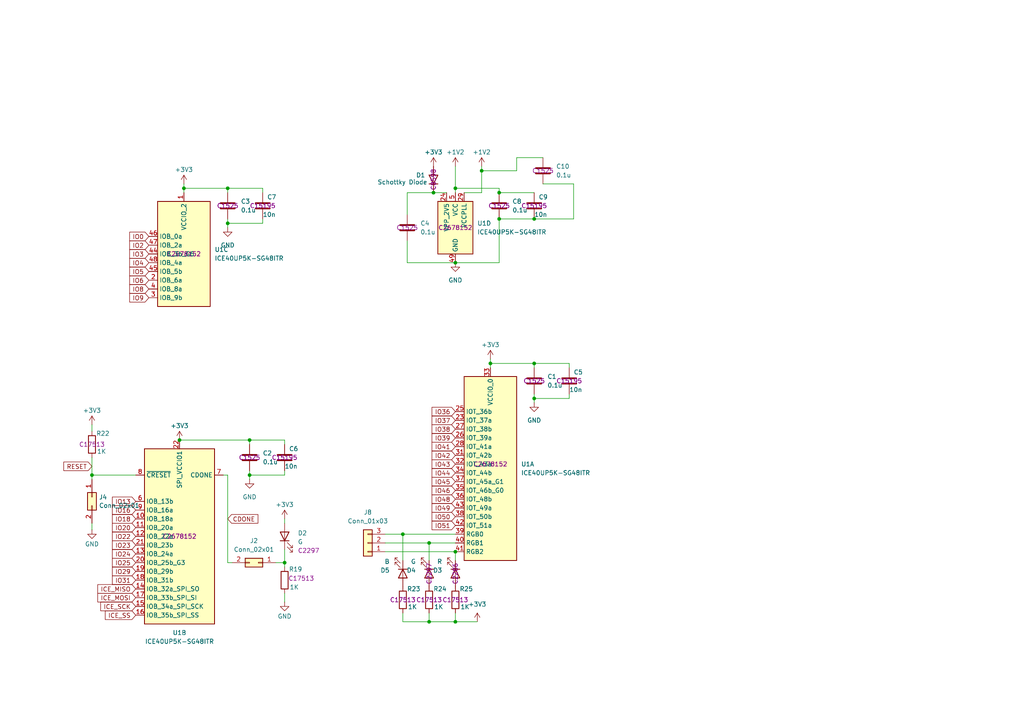
<source format=kicad_sch>
(kicad_sch (version 20250114) (generator "eeschema") (generator_version "9.0")
  (paper "A4")
  (lib_symbols
    (symbol "Connector_Generic:Conn_01x03" (pin_names (offset 1.016) (hide yes))
      (property "Reference" "J" (at 0 5.08 0))
      (property "Value" "Conn_01x03" (at 0 -5.08 0))
      (symbol "Conn_01x03_1_1"
        (rectangle (start -1.27 3.81) (end 1.27 -3.81) (stroke (width 0.254)) (fill (type background)))
        (rectangle (start -1.27 2.667) (end 0 2.413) (stroke (width 0.1524)))
        (rectangle (start -1.27 0.127) (end 0 -0.127) (stroke (width 0.1524)))
        (rectangle (start -1.27 -2.413) (end 0 -2.667) (stroke (width 0.1524)))
        (pin passive line (at -5.08 2.54 0) (length 3.81) (name "Pin_1") (number "1"))
        (pin passive line (at -5.08 0 0) (length 3.81) (name "Pin_2") (number "2"))
        (pin passive line (at -5.08 -2.54 0) (length 3.81) (name "Pin_3") (number "3"))
      )
    )
    (symbol "Connector_Generic:Conn_02x01" (pin_names (offset 1.016) (hide yes))
      (property "Reference" "J" (at 1.27 2.54 0))
      (property "Value" "Conn_02x01" (at 1.27 -2.54 0))
      (symbol "Conn_02x01_1_1"
        (rectangle (start -1.27 1.27) (end 3.81 -1.27) (stroke (width 0.254)) (fill (type background)))
        (rectangle (start -1.27 0.127) (end 0 -0.127) (stroke (width 0.1524)))
        (rectangle (start 3.81 0.127) (end 2.54 -0.127) (stroke (width 0.1524)))
        (pin passive line (at -5.08 0 0) (length 3.81) (name "Pin_1") (number "1"))
        (pin passive line (at 7.62 0 180) (length 3.81) (name "Pin_2") (number "2"))
      )
    )
    (symbol "Device:C" (pin_numbers (hide yes)) (pin_names (offset 0.254))
      (property "Reference" "C" (at 0.635 2.54 0))
      (property "Value" "C" (at 0.635 -2.54 0))
      (symbol "C_0_1"
        (polyline (pts (xy -2.032 0.762) (xy 2.032 0.762)) (stroke (width 0.508)))
        (polyline (pts (xy -2.032 -0.762) (xy 2.032 -0.762)) (stroke (width 0.508)))
      )
      (symbol "C_1_1"
        (pin passive line (at 0 3.81 270) (length 2.794) (name "~") (number "1"))
        (pin passive line (at 0 -3.81 90) (length 2.794) (name "~") (number "2"))
      )
    )
    (symbol "Device:D" (pin_numbers (hide yes)) (pin_names (offset 1.016) (hide yes))
      (property "Reference" "D" (at 0 2.54 0))
      (property "Value" "D" (at 0 -2.54 0))
      (symbol "D_0_1"
        (polyline (pts (xy -1.27 1.27) (xy -1.27 -1.27)) (stroke (width 0.254)))
        (polyline (pts (xy 1.27 1.27) (xy 1.27 -1.27) (xy -1.27 0) (xy 1.27 1.27)) (stroke (width 0.254)))
        (polyline (pts (xy 1.27 0) (xy -1.27 0)))
      )
      (symbol "D_1_1"
        (pin passive line (at -3.81 0 0) (length 2.54) (name "K") (number "1"))
        (pin passive line (at 3.81 0 180) (length 2.54) (name "A") (number "2"))
      )
    )
    (symbol "Device:LED" (pin_numbers (hide yes)) (pin_names (offset 1.016) (hide yes))
      (property "Reference" "D" (at 0 2.54 0))
      (property "Value" "LED" (at 0 -2.54 0))
      (symbol "LED_0_1"
        (polyline (pts (xy -3.048 -0.762) (xy -4.572 -2.286) (xy -3.81 -2.286) (xy -4.572 -2.286) (xy -4.572 -1.524)))
        (polyline (pts (xy -1.778 -0.762) (xy -3.302 -2.286) (xy -2.54 -2.286) (xy -3.302 -2.286) (xy -3.302 -1.524)))
        (polyline (pts (xy -1.27 0) (xy 1.27 0)))
        (polyline (pts (xy -1.27 -1.27) (xy -1.27 1.27)) (stroke (width 0.254)))
        (polyline (pts (xy 1.27 -1.27) (xy 1.27 1.27) (xy -1.27 0) (xy 1.27 -1.27)) (stroke (width 0.254)))
      )
      (symbol "LED_1_1"
        (pin passive line (at -3.81 0 0) (length 2.54) (name "K") (number "1"))
        (pin passive line (at 3.81 0 180) (length 2.54) (name "A") (number "2"))
      )
    )
    (symbol "Device:R" (pin_numbers (hide yes)) (pin_names (offset 0))
      (property "Reference" "R" (at 2.032 0 90))
      (property "Value" "R" (at 0 0 90))
      (symbol "R_0_1"
        (rectangle (start -1.016 -2.54) (end 1.016 2.54) (stroke (width 0.254)))
      )
      (symbol "R_1_1"
        (pin passive line (at 0 3.81 270) (length 1.27) (name "~") (number "1"))
        (pin passive line (at 0 -3.81 90) (length 1.27) (name "~") (number "2"))
      )
    )
    (symbol "FPGA_Lattice:ICE40UP5K-SG48ITR"
      (property "Reference" "U" (at -8.89 -29.21 0))
      (property "Value" "ICE40UP5K-SG48ITR" (at 0 -31.75 0))
      (symbol "ICE40UP5K-SG48ITR_1_1"
        (rectangle (start -7.62 25.4) (end 7.62 -27.94) (stroke (width 0.254)) (fill (type background)))
        (pin bidirectional line (at -10.16 15.24 0) (length 2.54) (name "IOT_36b") (number "25"))
        (pin bidirectional line (at -10.16 12.7 0) (length 2.54) (name "IOT_37a") (number "23"))
        (pin bidirectional line (at -10.16 10.16 0) (length 2.54) (name "IOT_38b") (number "27"))
        (pin bidirectional line (at -10.16 7.62 0) (length 2.54) (name "IOT_39a") (number "26"))
        (pin bidirectional line (at -10.16 5.08 0) (length 2.54) (name "IOT_41a") (number "28"))
        (pin bidirectional line (at -10.16 2.54 0) (length 2.54) (name "IOT_42b") (number "31"))
        (pin bidirectional line (at -10.16 0 0) (length 2.54) (name "IOT_43a") (number "32"))
        (pin bidirectional line (at -10.16 -2.54 0) (length 2.54) (name "IOT_44b") (number "34"))
        (pin bidirectional line (at -10.16 -5.08 0) (length 2.54) (name "IOT_45a_G1") (number "37"))
        (pin bidirectional line (at -10.16 -7.62 0) (length 2.54) (name "IOT_46b_G0") (number "35"))
        (pin bidirectional line (at -10.16 -10.16 0) (length 2.54) (name "IOT_48b") (number "36"))
        (pin bidirectional line (at -10.16 -12.7 0) (length 2.54) (name "IOT_49a") (number "43"))
        (pin bidirectional line (at -10.16 -15.24 0) (length 2.54) (name "IOT_50b") (number "38"))
        (pin bidirectional line (at -10.16 -17.78 0) (length 2.54) (name "IOT_51a") (number "42"))
        (pin open_collector line (at -10.16 -20.32 0) (length 2.54) (name "RGB0") (number "39"))
        (pin open_collector line (at -10.16 -22.86 0) (length 2.54) (name "RGB1") (number "40"))
        (pin open_collector line (at -10.16 -25.4 0) (length 2.54) (name "RGB2") (number "41"))
        (pin power_in line (at 0 27.94 270) (length 2.54) (name "VCCIO_0") (number "33"))
      )
      (symbol "ICE40UP5K-SG48ITR_2_1"
        (rectangle (start -10.16 25.4) (end 10.16 -25.4) (stroke (width 0.254)) (fill (type background)))
        (pin input line (at -12.7 17.78 0) (length 2.54) (name "~{CRESET}") (number "8"))
        (pin bidirectional line (at -12.7 10.16 0) (length 2.54) (name "IOB_13b") (number "6"))
        (pin bidirectional line (at -12.7 7.62 0) (length 2.54) (name "IOB_16a") (number "9"))
        (pin bidirectional line (at -12.7 5.08 0) (length 2.54) (name "IOB_18a") (number "10"))
        (pin bidirectional line (at -12.7 2.54 0) (length 2.54) (name "IOB_20a") (number "11"))
        (pin bidirectional line (at -12.7 0 0) (length 2.54) (name "IOB_22a") (number "12"))
        (pin bidirectional line (at -12.7 -2.54 0) (length 2.54) (name "IOB_23b") (number "21"))
        (pin bidirectional line (at -12.7 -5.08 0) (length 2.54) (name "IOB_24a") (number "13"))
        (pin bidirectional line (at -12.7 -7.62 0) (length 2.54) (name "IOB_25b_G3") (number "20"))
        (pin bidirectional line (at -12.7 -10.16 0) (length 2.54) (name "IOB_29b") (number "19"))
        (pin bidirectional line (at -12.7 -12.7 0) (length 2.54) (name "IOB_31b") (number "18"))
        (pin bidirectional line (at -12.7 -15.24 0) (length 2.54) (name "IOB_32a_SPI_SO") (number "14"))
        (pin bidirectional line (at -12.7 -17.78 0) (length 2.54) (name "IOB_33b_SPI_SI") (number "17"))
        (pin bidirectional line (at -12.7 -20.32 0) (length 2.54) (name "IOB_34a_SPI_SCK") (number "15"))
        (pin bidirectional line (at -12.7 -22.86 0) (length 2.54) (name "IOB_35b_SPI_SS") (number "16"))
        (pin power_in line (at 0 27.94 270) (length 2.54) (name "SPI_VCCIO1") (number "22"))
        (pin open_collector line (at 12.7 17.78 180) (length 2.54) (name "CDONE") (number "7"))
      )
      (symbol "ICE40UP5K-SG48ITR_3_1"
        (rectangle (start -7.62 15.24) (end 7.62 -15.24) (stroke (width 0.254)) (fill (type background)))
        (pin bidirectional line (at -10.16 5.08 0) (length 2.54) (name "IOB_0a") (number "46"))
        (pin bidirectional line (at -10.16 2.54 0) (length 2.54) (name "IOB_2a") (number "47"))
        (pin bidirectional line (at -10.16 0 0) (length 2.54) (name "IOB_3b_G6") (number "44"))
        (pin bidirectional line (at -10.16 -2.54 0) (length 2.54) (name "IOB_4a") (number "48"))
        (pin bidirectional line (at -10.16 -5.08 0) (length 2.54) (name "IOB_5b") (number "45"))
        (pin bidirectional line (at -10.16 -7.62 0) (length 2.54) (name "IOB_6a") (number "2"))
        (pin bidirectional line (at -10.16 -10.16 0) (length 2.54) (name "IOB_8a") (number "4"))
        (pin bidirectional line (at -10.16 -12.7 0) (length 2.54) (name "IOB_9b") (number "3"))
        (pin power_in line (at 0 17.78 270) (length 2.54) (name "VCCIO_2") (number "1"))
      )
      (symbol "ICE40UP5K-SG48ITR_4_1"
        (rectangle (start -5.08 7.62) (end 5.08 -7.62) (stroke (width 0.254)) (fill (type background)))
        (pin power_in line (at -2.54 10.16 270) (length 2.54) (name "VPP_2V5") (number "24"))
        (pin passive line (at 0 10.16 270) (length 2.54) (hide yes) (name "VCC") (number "30"))
        (pin power_in line (at 0 10.16 270) (length 2.54) (name "VCC") (number "5"))
        (pin power_in line (at 0 -10.16 90) (length 2.54) (name "GND") (number "49"))
        (pin power_out line (at 2.54 10.16 270) (length 2.54) (name "VCCPLL") (number "29"))
      )
    )
    (symbol "power:+1V2" (power) (pin_names (offset 0))
      (property "Value" "+1V2" (at 0 3.556 0))
      (symbol "+1V2_0_1"
        (polyline (pts (xy -0.762 1.27) (xy 0 2.54)))
        (polyline (pts (xy 0 2.54) (xy 0.762 1.27)))
        (polyline (pts (xy 0 0) (xy 0 2.54)))
      )
      (symbol "+1V2_1_1"
        (pin power_in line (at 0 0 90) (length 0) (hide yes) (name "+1V2") (number "1"))
      )
    )
    (symbol "power:+3V3" (power) (pin_names (offset 0))
      (property "Value" "+3V3" (at 0 3.556 0))
      (symbol "+3V3_0_1"
        (polyline (pts (xy -0.762 1.27) (xy 0 2.54)))
        (polyline (pts (xy 0 2.54) (xy 0.762 1.27)))
        (polyline (pts (xy 0 0) (xy 0 2.54)))
      )
      (symbol "+3V3_1_1"
        (pin power_in line (at 0 0 90) (length 0) (hide yes) (name "+3V3") (number "1"))
      )
    )
    (symbol "power:GND" (power) (pin_numbers (hide yes)) (pin_names (offset 0) (hide yes))
      (property "Value" "GND" (at 0 -3.81 0))
      (symbol "GND_0_1"
        (polyline (pts (xy 0 0) (xy 0 -1.27) (xy 1.27 -1.27) (xy 0 -2.54) (xy -1.27 -1.27) (xy 0 -1.27)))
      )
      (symbol "GND_1_1"
        (pin power_in line (at 0 0 270) (length 0) (name "~") (number "1"))
      )
    )
  )
  (junction (at 124.46 157.48))
  (junction (at 132.08 180.34))
  (junction (at 154.94 105.41))
  (junction (at 132.08 76.2))
  (junction (at 26.67 137.795))
  (junction (at 154.94 115.57))
  (junction (at 132.08 54.61))
  (junction (at 144.78 55.88))
  (junction (at 132.08 160.02))
  (junction (at 53.34 54.61))
  (junction (at 72.39 127.635))
  (junction (at 144.78 63.5))
  (junction (at 142.24 105.41))
  (junction (at 66.04 54.61))
  (junction (at 124.46 180.34))
  (junction (at 125.73 55.88))
  (junction (at 52.07 127.635))
  (junction (at 116.84 154.94))
  (junction (at 72.39 137.795))
  (junction (at 66.04 64.77))
  (junction (at 154.94 63.5))
  (junction (at 82.55 163.195))
  (junction (at 139.7 49.53))
  (wire (pts (xy 132.08 180.34) (xy 138.43 180.34)))
  (wire (pts (xy 154.94 114.3) (xy 154.94 115.57)))
  (wire (pts (xy 118.11 76.2) (xy 132.08 76.2)))
  (wire (pts (xy 72.39 137.795) (xy 72.39 139.065)))
  (wire (pts (xy 144.78 63.5) (xy 154.94 63.5)))
  (wire (pts (xy 132.08 160.02) (xy 132.08 162.56)))
  (wire (pts (xy 139.7 48.26) (xy 139.7 49.53)))
  (wire (pts (xy 26.67 123.19) (xy 26.67 125.095)))
  (wire (pts (xy 154.94 63.5) (xy 166.37 63.5)))
  (wire (pts (xy 26.67 151.765) (xy 26.67 153.67)))
  (wire (pts (xy 72.39 127.635) (xy 52.07 127.635)))
  (wire (pts (xy 76.2 55.88) (xy 76.2 54.61)))
  (wire (pts (xy 76.2 64.77) (xy 76.2 63.5)))
  (wire (pts (xy 142.24 105.41) (xy 142.24 106.68)))
  (wire (pts (xy 82.55 137.795) (xy 82.55 136.525)))
  (wire (pts (xy 53.34 53.34) (xy 53.34 54.61)))
  (wire (pts (xy 72.39 137.795) (xy 82.55 137.795)))
  (wire (pts (xy 139.7 49.53) (xy 139.7 55.88)))
  (wire (pts (xy 26.67 137.795) (xy 26.67 139.065)))
  (wire (pts (xy 118.11 69.85) (xy 118.11 76.2)))
  (wire (pts (xy 154.94 105.41) (xy 142.24 105.41)))
  (wire (pts (xy 157.48 53.34) (xy 166.37 53.34)))
  (wire (pts (xy 72.39 127.635) (xy 72.39 128.905)))
  (wire (pts (xy 139.7 55.88) (xy 134.62 55.88)))
  (wire (pts (xy 125.73 55.88) (xy 129.54 55.88)))
  (wire (pts (xy 116.84 180.34) (xy 116.84 177.8)))
  (wire (pts (xy 132.08 54.61) (xy 132.08 55.88)))
  (wire (pts (xy 72.39 136.525) (xy 72.39 137.795)))
  (wire (pts (xy 139.7 49.53) (xy 149.86 49.53)))
  (wire (pts (xy 80.01 163.195) (xy 82.55 163.195)))
  (wire (pts (xy 116.84 180.34) (xy 124.46 180.34)))
  (wire (pts (xy 144.78 55.88) (xy 144.78 54.61)))
  (wire (pts (xy 53.34 54.61) (xy 53.34 55.88)))
  (wire (pts (xy 165.1 105.41) (xy 154.94 105.41)))
  (wire (pts (xy 82.55 127.635) (xy 72.39 127.635)))
  (wire (pts (xy 66.04 163.195) (xy 66.04 137.795)))
  (wire (pts (xy 66.04 64.77) (xy 66.04 66.04)))
  (wire (pts (xy 132.08 48.26) (xy 132.08 54.61)))
  (wire (pts (xy 166.37 63.5) (xy 166.37 53.34)))
  (wire (pts (xy 154.94 55.88) (xy 144.78 55.88)))
  (wire (pts (xy 82.55 128.905) (xy 82.55 127.635)))
  (wire (pts (xy 132.08 76.2) (xy 144.78 76.2)))
  (wire (pts (xy 149.86 45.72) (xy 157.48 45.72)))
  (wire (pts (xy 124.46 177.8) (xy 124.46 180.34)))
  (wire (pts (xy 82.55 163.195) (xy 82.55 164.465)))
  (wire (pts (xy 165.1 106.68) (xy 165.1 105.41)))
  (wire (pts (xy 116.84 154.94) (xy 116.84 162.56)))
  (wire (pts (xy 142.24 104.14) (xy 142.24 105.41)))
  (wire (pts (xy 154.94 115.57) (xy 165.1 115.57)))
  (wire (pts (xy 82.55 150.495) (xy 82.55 151.765)))
  (wire (pts (xy 118.11 62.23) (xy 118.11 55.88)))
  (wire (pts (xy 116.84 154.94) (xy 132.08 154.94)))
  (wire (pts (xy 132.08 180.34) (xy 132.08 177.8)))
  (wire (pts (xy 144.78 54.61) (xy 132.08 54.61)))
  (wire (pts (xy 82.55 159.385) (xy 82.55 163.195)))
  (wire (pts (xy 118.11 55.88) (xy 125.73 55.88)))
  (wire (pts (xy 82.55 172.085) (xy 82.55 174.625)))
  (wire (pts (xy 53.34 54.61) (xy 66.04 54.61)))
  (wire (pts (xy 165.1 115.57) (xy 165.1 114.3)))
  (wire (pts (xy 26.67 132.715) (xy 26.67 137.795)))
  (wire (pts (xy 111.76 157.48) (xy 124.46 157.48)))
  (wire (pts (xy 124.46 180.34) (xy 132.08 180.34)))
  (wire (pts (xy 66.04 54.61) (xy 66.04 55.88)))
  (wire (pts (xy 66.04 64.77) (xy 76.2 64.77)))
  (wire (pts (xy 76.2 54.61) (xy 66.04 54.61)))
  (wire (pts (xy 154.94 115.57) (xy 154.94 116.84)))
  (wire (pts (xy 154.94 105.41) (xy 154.94 106.68)))
  (wire (pts (xy 111.76 160.02) (xy 132.08 160.02)))
  (wire (pts (xy 111.76 154.94) (xy 116.84 154.94)))
  (wire (pts (xy 144.78 76.2) (xy 144.78 63.5)))
  (wire (pts (xy 26.67 137.795) (xy 39.37 137.795)))
  (wire (pts (xy 66.04 137.795) (xy 64.77 137.795)))
  (wire (pts (xy 124.46 157.48) (xy 124.46 162.56)))
  (wire (pts (xy 149.86 49.53) (xy 149.86 45.72)))
  (wire (pts (xy 67.31 163.195) (xy 66.04 163.195)))
  (wire (pts (xy 66.04 63.5) (xy 66.04 64.77)))
  (wire (pts (xy 124.46 157.48) (xy 132.08 157.48)))
  (global_label "IO44" (shape input) (at 132.08 137.16 180) (property "Intersheetrefs" "${INTERSHEET_REFS}" (effects (hide yes))))
  (global_label "IO37" (shape input) (at 132.08 121.92 180) (property "Intersheetrefs" "${INTERSHEET_REFS}" (effects (hide yes))))
  (global_label "IO43" (shape input) (at 132.08 134.62 180) (property "Intersheetrefs" "${INTERSHEET_REFS}" (effects (hide yes))))
  (global_label "IO3" (shape input) (at 43.18 73.66 180) (property "Intersheetrefs" "${INTERSHEET_REFS}" (effects (hide yes))))
  (global_label "IO6" (shape input) (at 43.18 81.28 180) (property "Intersheetrefs" "${INTERSHEET_REFS}" (effects (hide yes))))
  (global_label "IO39" (shape input) (at 132.08 127 180) (property "Intersheetrefs" "${INTERSHEET_REFS}" (effects (hide yes))))
  (global_label "IO20" (shape input) (at 39.37 153.035 180) (property "Intersheetrefs" "${INTERSHEET_REFS}" (effects (hide yes))))
  (global_label "IO51" (shape input) (at 132.08 152.4 180) (property "Intersheetrefs" "${INTERSHEET_REFS}" (effects (hide yes))))
  (global_label "IO25" (shape input) (at 39.37 163.195 180) (property "Intersheetrefs" "${INTERSHEET_REFS}" (effects (hide yes))))
  (global_label "IO23" (shape input) (at 39.37 158.115 180) (property "Intersheetrefs" "${INTERSHEET_REFS}" (effects (hide yes))))
  (global_label "IO49" (shape input) (at 132.08 147.32 180) (property "Intersheetrefs" "${INTERSHEET_REFS}" (effects (hide yes))))
  (global_label "IO38" (shape input) (at 132.08 124.46 180) (property "Intersheetrefs" "${INTERSHEET_REFS}" (effects (hide yes))))
  (global_label "IO18" (shape input) (at 39.37 150.495 180) (property "Intersheetrefs" "${INTERSHEET_REFS}" (effects (hide yes))))
  (global_label "IO45" (shape input) (at 132.08 139.7 180) (property "Intersheetrefs" "${INTERSHEET_REFS}" (effects (hide yes))))
  (global_label "IO31" (shape input) (at 39.37 168.275 180) (property "Intersheetrefs" "${INTERSHEET_REFS}" (effects (hide yes))))
  (global_label "IO50" (shape input) (at 132.08 149.86 180) (property "Intersheetrefs" "${INTERSHEET_REFS}" (effects (hide yes))))
  (global_label "ICE_SS" (shape input) (at 39.37 178.435 180) (property "Intersheetrefs" "${INTERSHEET_REFS}" (effects (hide yes))))
  (global_label "IO41" (shape input) (at 132.08 129.54 180) (property "Intersheetrefs" "${INTERSHEET_REFS}" (effects (hide yes))))
  (global_label "ICE_MOSI" (shape input) (at 39.37 173.355 180) (property "Intersheetrefs" "${INTERSHEET_REFS}" (effects (hide yes))))
  (global_label "IO4" (shape input) (at 43.18 76.2 180) (property "Intersheetrefs" "${INTERSHEET_REFS}" (effects (hide yes))))
  (global_label "IO42" (shape input) (at 132.08 132.08 180) (property "Intersheetrefs" "${INTERSHEET_REFS}" (effects (hide yes))))
  (global_label "IO8" (shape input) (at 43.18 83.82 180) (property "Intersheetrefs" "${INTERSHEET_REFS}" (effects (hide yes))))
  (global_label "IO5" (shape input) (at 43.18 78.74 180) (property "Intersheetrefs" "${INTERSHEET_REFS}" (effects (hide yes))))
  (global_label "RESET" (shape input) (at 26.67 135.255 180) (property "Intersheetrefs" "${INTERSHEET_REFS}" (effects (hide yes))))
  (global_label "IO9" (shape input) (at 43.18 86.36 180) (property "Intersheetrefs" "${INTERSHEET_REFS}" (effects (hide yes))))
  (global_label "ICE_MISO" (shape input) (at 39.37 170.815 180) (property "Intersheetrefs" "${INTERSHEET_REFS}" (effects (hide yes))))
  (global_label "IO46" (shape input) (at 132.08 142.24 180) (property "Intersheetrefs" "${INTERSHEET_REFS}" (effects (hide yes))))
  (global_label "IO48" (shape input) (at 132.08 144.78 180) (property "Intersheetrefs" "${INTERSHEET_REFS}" (effects (hide yes))))
  (global_label "IO16" (shape input) (at 39.37 147.955 180) (property "Intersheetrefs" "${INTERSHEET_REFS}" (effects (hide yes))))
  (global_label "IO24" (shape input) (at 39.37 160.655 180) (property "Intersheetrefs" "${INTERSHEET_REFS}" (effects (hide yes))))
  (global_label "IO22" (shape input) (at 39.37 155.575 180) (property "Intersheetrefs" "${INTERSHEET_REFS}" (effects (hide yes))))
  (global_label "IO13" (shape input) (at 39.37 145.415 180) (property "Intersheetrefs" "${INTERSHEET_REFS}" (effects (hide yes))))
  (global_label "IO29" (shape input) (at 39.37 165.735 180) (property "Intersheetrefs" "${INTERSHEET_REFS}" (effects (hide yes))))
  (global_label "IO36" (shape input) (at 132.08 119.38 180) (property "Intersheetrefs" "${INTERSHEET_REFS}" (effects (hide yes))))
  (global_label "ICE_SCK" (shape input) (at 39.37 175.895 180) (property "Intersheetrefs" "${INTERSHEET_REFS}" (effects (hide yes))))
  (global_label "CDONE" (shape input) (at 66.04 150.495 0) (property "Intersheetrefs" "${INTERSHEET_REFS}" (effects (hide yes))))
  (global_label "IO2" (shape input) (at 43.18 71.12 180) (property "Intersheetrefs" "${INTERSHEET_REFS}" (effects (hide yes))))
  (global_label "IO0" (shape input) (at 43.18 68.58 180) (property "Intersheetrefs" "${INTERSHEET_REFS}" (effects (hide yes))))
  (symbol (lib_id "Device:C") (at 118.11 66.04 0) (unit 1)
    (property "Reference" "C4" (at 121.92 64.7699 0) (effects (justify left)))
    (property "Value" "0.1u" (at 121.92 67.3099 0) (effects (justify left)))
    (property "Footprint" "Capacitor_SMD:C_0402_1005Metric" (effects (hide yes)))
    (property "Description" "Unpolarized capacitor" (effects (hide yes)))
    (property "JLCPCB Part #" "C1525" (at 118.11 66.04 0))
  )
  (symbol (lib_id "Device:R") (at 82.55 168.275 0) (unit 1)
    (property "Reference" "R19" (at 85.725 165.1 0))
    (property "Value" "1K" (at 85.344 170.307 0))
    (property "Footprint" "Resistor_SMD:R_0805_2012Metric" (effects (hide yes)))
    (property "JLCPCB Part #" "C17513" (at 87.376 167.767 0))
  )
  (symbol (lib_id "Device:C") (at 154.94 110.49 0) (unit 1)
    (property "Reference" "C1" (at 158.75 109.2199 0) (effects (justify left)))
    (property "Value" "0.1u" (at 158.75 111.7599 0) (effects (justify left)))
    (property "Footprint" "Capacitor_SMD:C_0402_1005Metric" (effects (hide yes)))
    (property "Description" "Unpolarized capacitor" (effects (hide yes)))
    (property "JLCPCB Part #" "C1525" (at 154.94 110.49 0))
  )
  (symbol (lib_id "power:+1V2") (at 132.08 48.26 0) (unit 1)
    (property "Reference" "#PWR09" (effects (hide yes)))
    (property "Value" "+1V2" (at 132.08 44.1269 0))
  )
  (symbol (lib_id "power:GND") (at 72.39 139.065 0) (unit 1)
    (property "Reference" "#PWR06" (effects (hide yes)))
    (property "Value" "GND" (at 72.39 144.145 0))
    (property "Description" "Power symbol creates a global label with name \"GND\" , ground" (effects (hide yes)))
  )
  (symbol (lib_id "Device:LED") (at 82.55 155.575 90) (unit 1)
    (property "Reference" "D2" (at 86.36 154.6224 90) (effects (justify right)))
    (property "Value" "G" (at 86.36 157.1624 90) (effects (justify right)))
    (property "Footprint" "LED_SMD:LED_0805_2012Metric" (effects (hide yes)))
    (property "Description" "Light emitting diode" (effects (hide yes)))
    (property "Sim.Pins" "1=K 2=A" (effects (hide yes)))
    (property "JLCPCB Part #" "C2297" (at 86.36 159.7024 90) (effects (justify right)))
  )
  (symbol (lib_id "power:+3V3") (at 82.55 150.495 0) (unit 1)
    (property "Reference" "#PWR037" (effects (hide yes)))
    (property "Value" "+3V3" (at 82.55 146.3619 0))
  )
  (symbol (lib_id "power:GND") (at 66.04 66.04 0) (unit 1)
    (property "Reference" "#PWR07" (effects (hide yes)))
    (property "Value" "GND" (at 66.04 71.12 0))
    (property "Description" "Power symbol creates a global label with name \"GND\" , ground" (effects (hide yes)))
  )
  (symbol (lib_id "power:+3V3") (at 138.43 180.34 0) (unit 1)
    (property "Reference" "#PWR028" (effects (hide yes)))
    (property "Value" "+3V3" (at 138.43 175.26 0))
  )
  (symbol (lib_id "Device:C") (at 144.78 59.69 0) (unit 1)
    (property "Reference" "C8" (at 148.59 58.4199 0) (effects (justify left)))
    (property "Value" "0.1u" (at 148.59 60.9599 0) (effects (justify left)))
    (property "Footprint" "Capacitor_SMD:C_0402_1005Metric" (effects (hide yes)))
    (property "Description" "Unpolarized capacitor" (effects (hide yes)))
    (property "JLCPCB Part #" "C1525" (at 144.78 59.69 0))
  )
  (symbol (lib_id "FPGA_Lattice:ICE40UP5K-SG48ITR") (at 142.24 134.62 0) (unit 1)
    (property "Reference" "U1" (at 151.13 134.6199 0) (effects (justify left)))
    (property "Value" "ICE40UP5K-SG48ITR" (at 151.13 137.1599 0) (effects (justify left)))
    (property "Footprint" "Package_DFN_QFN:QFN-48-1EP_7x7mm_P0.5mm_EP5.6x5.6mm" (effects (hide yes)))
    (property "Datasheet" "http://www.latticesemi.com/Products/FPGAandCPLD/iCE40Ultra" (effects (hide yes)))
    (property "Description" "iCE40 UltraPlus FPGA, 5280 LUTs, 1.2V, 48-pin QFN" (effects (hide yes)))
    (property "JLCPCB Part #" "C2678152" (at 142.24 134.62 0))
  )
  (symbol (lib_id "power:+3V3") (at 125.73 48.26 0) (unit 1)
    (property "Reference" "#PWR08" (effects (hide yes)))
    (property "Value" "+3V3" (at 125.73 44.1269 0))
  )
  (symbol (lib_id "FPGA_Lattice:ICE40UP5K-SG48ITR") (at 132.08 66.04 0) (unit 4)
    (property "Reference" "U1" (at 138.43 64.7699 0) (effects (justify left)))
    (property "Value" "ICE40UP5K-SG48ITR" (at 138.43 67.3099 0) (effects (justify left)))
    (property "Footprint" "Package_DFN_QFN:QFN-48-1EP_7x7mm_P0.5mm_EP5.6x5.6mm" (effects (hide yes)))
    (property "Datasheet" "http://www.latticesemi.com/Products/FPGAandCPLD/iCE40Ultra" (effects (hide yes)))
    (property "Description" "iCE40 UltraPlus FPGA, 5280 LUTs, 1.2V, 48-pin QFN" (effects (hide yes)))
    (property "JLCPCB Part #" "C2678152" (at 132.08 66.04 0))
  )
  (symbol (lib_id "Device:C") (at 66.04 59.69 0) (unit 1)
    (property "Reference" "C3" (at 69.85 58.4199 0) (effects (justify left)))
    (property "Value" "0.1u" (at 69.85 60.9599 0) (effects (justify left)))
    (property "Footprint" "Capacitor_SMD:C_0402_1005Metric" (effects (hide yes)))
    (property "Description" "Unpolarized capacitor" (effects (hide yes)))
    (property "JLCPCB Part #" "C1525" (at 66.04 59.69 0))
  )
  (symbol (lib_id "Device:C") (at 165.1 110.49 0) (unit 1)
    (property "Reference" "C5" (at 166.37 107.95 0) (effects (justify left)))
    (property "Value" "10n" (at 165.1 113.03 0) (effects (justify left)))
    (property "Footprint" "Capacitor_SMD:C_0402_1005Metric" (effects (hide yes)))
    (property "JLCPCB Part #" "C15195" (at 165.1 110.49 0))
  )
  (symbol (lib_id "Device:C") (at 154.94 59.69 0) (unit 1)
    (property "Reference" "C9" (at 156.21 57.15 0) (effects (justify left)))
    (property "Value" "10n" (at 154.94 62.23 0) (effects (justify left)))
    (property "Footprint" "Capacitor_SMD:C_0402_1005Metric" (effects (hide yes)))
    (property "JLCPCB Part #" "C15195" (at 154.94 59.69 0))
  )
  (symbol (lib_id "Device:C") (at 76.2 59.69 0) (unit 1)
    (property "Reference" "C7" (at 77.47 57.15 0) (effects (justify left)))
    (property "Value" "10n" (at 76.2 62.23 0) (effects (justify left)))
    (property "Footprint" "Capacitor_SMD:C_0402_1005Metric" (effects (hide yes)))
    (property "JLCPCB Part #" "C15195" (at 76.2 59.69 0))
  )
  (symbol (lib_id "Device:LED") (at 132.08 166.37 270) (unit 1)
    (property "Reference" "D3" (at 128.27 165.4175 90) (effects (justify right)))
    (property "Value" "R" (at 128.27 162.8775 90) (effects (justify right)))
    (property "Footprint" "LED_SMD:LED_0603_1608Metric" (effects (hide yes)))
    (property "JLCPCB Part #" "C2286" (at 132.08 166.37 0))
  )
  (symbol (lib_id "power:GND") (at 26.67 153.67 0) (unit 1)
    (property "Reference" "#PWR036" (effects (hide yes)))
    (property "Value" "GND" (at 26.67 157.8031 0))
  )
  (symbol (lib_id "power:+3V3") (at 26.67 123.19 0) (unit 1)
    (property "Reference" "#PWR035" (effects (hide yes)))
    (property "Value" "+3V3" (at 26.67 119.0569 0))
  )
  (symbol (lib_id "power:GND") (at 132.08 76.2 0) (unit 1)
    (property "Reference" "#PWR01" (effects (hide yes)))
    (property "Value" "GND" (at 132.08 81.28 0))
    (property "Description" "Power symbol creates a global label with name \"GND\" , ground" (effects (hide yes)))
  )
  (symbol (lib_id "Device:LED") (at 124.46 166.37 270) (unit 1)
    (property "Reference" "D4" (at 120.65 165.4175 90) (effects (justify right)))
    (property "Value" "G" (at 120.65 162.8775 90) (effects (justify right)))
    (property "Footprint" "LED_SMD:LED_0805_2012Metric" (effects (hide yes)))
    (property "JLCPCB Part #" "C2297" (at 124.46 166.37 0))
  )
  (symbol (lib_id "power:GND") (at 82.55 174.625 0) (unit 1)
    (property "Reference" "#PWR038" (effects (hide yes)))
    (property "Value" "GND" (at 82.55 178.7581 0))
  )
  (symbol (lib_id "Device:R") (at 26.67 128.905 0) (unit 1)
    (property "Reference" "R22" (at 29.845 125.73 0))
    (property "Value" "1K" (at 29.464 130.937 0))
    (property "Footprint" "Resistor_SMD:R_0805_2012Metric" (effects (hide yes)))
    (property "JLCPCB Part #" "C17513" (at 26.67 128.905 0))
  )
  (symbol (lib_id "power:+3V3") (at 53.34 53.34 0) (unit 1)
    (property "Reference" "#PWR027" (effects (hide yes)))
    (property "Value" "+3V3" (at 53.34 49.2069 0))
  )
  (symbol (lib_id "Device:LED") (at 116.84 166.37 270) (unit 1)
    (property "Reference" "D5" (at 113.03 165.4175 90) (effects (justify right)))
    (property "Value" "B" (at 113.03 162.8775 90) (effects (justify right)))
    (property "Footprint" "LED_SMD:LED_0201_0603Metric_Pad0.64x0.40mm_HandSolder" (effects (hide yes)))
  )
  (symbol (lib_id "power:+1V2") (at 139.7 48.26 0) (unit 1)
    (property "Reference" "#PWR020" (effects (hide yes)))
    (property "Value" "+1V2" (at 139.7 44.1269 0))
  )
  (symbol (lib_id "Device:D") (at 125.73 52.07 90) (unit 1)
    (property "Reference" "D1" (at 120.65 50.8 90) (effects (justify right)))
    (property "Value" "Schottky Diode" (at 109.474 52.832 90) (effects (justify right)))
    (property "Footprint" "Diode_SMD:D_SOD-123" (effects (hide yes)))
    (property "Sim.Device" "D" (effects (hide yes)))
    (property "Sim.Pins" "1=K 2=A" (effects (hide yes)))
    (property "JLCPCB Part #" "C8598" (at 125.73 52.07 0))
  )
  (symbol (lib_id "Device:R") (at 132.08 173.99 0) (unit 1)
    (property "Reference" "R25" (at 135.255 170.815 0))
    (property "Value" "1K" (at 134.874 176.022 0))
    (property "Footprint" "Resistor_SMD:R_0805_2012Metric" (effects (hide yes)))
    (property "JLCPCB Part #" "C17513" (at 132.08 173.99 0))
  )
  (symbol (lib_id "Device:R") (at 124.46 173.99 0) (unit 1)
    (property "Reference" "R24" (at 127.635 170.815 0))
    (property "Value" "1K" (at 127.254 176.022 0))
    (property "Footprint" "Resistor_SMD:R_0805_2012Metric" (effects (hide yes)))
    (property "JLCPCB Part #" "C17513" (at 124.46 173.99 0))
  )
  (symbol (lib_id "power:+3V3") (at 142.24 104.14 0) (unit 1)
    (property "Reference" "#PWR026" (effects (hide yes)))
    (property "Value" "+3V3" (at 142.24 100.0069 0))
  )
  (symbol (lib_id "FPGA_Lattice:ICE40UP5K-SG48ITR") (at 53.34 73.66 0) (unit 3)
    (property "Reference" "U1" (at 62.23 72.3899 0) (effects (justify left)))
    (property "Value" "ICE40UP5K-SG48ITR" (at 62.23 74.9299 0) (effects (justify left)))
    (property "Footprint" "Package_DFN_QFN:QFN-48-1EP_7x7mm_P0.5mm_EP5.6x5.6mm" (effects (hide yes)))
    (property "Datasheet" "http://www.latticesemi.com/Products/FPGAandCPLD/iCE40Ultra" (effects (hide yes)))
    (property "Description" "iCE40 UltraPlus FPGA, 5280 LUTs, 1.2V, 48-pin QFN" (effects (hide yes)))
    (property "JLCPCB Part #" "C2678152" (at 53.34 73.66 0))
  )
  (symbol (lib_id "Device:C") (at 82.55 132.715 0) (unit 1)
    (property "Reference" "C6" (at 83.82 130.175 0) (effects (justify left)))
    (property "Value" "10n" (at 82.55 135.255 0) (effects (justify left)))
    (property "Footprint" "Capacitor_SMD:C_0402_1005Metric" (effects (hide yes)))
    (property "JLCPCB Part #" "C15195" (at 82.55 132.715 0))
  )
  (symbol (lib_id "FPGA_Lattice:ICE40UP5K-SG48ITR") (at 52.07 155.575 0) (unit 2)
    (property "Reference" "U1" (at 52.07 183.515 0))
    (property "Value" "ICE40UP5K-SG48ITR" (at 52.07 186.055 0))
    (property "Footprint" "Package_DFN_QFN:QFN-48-1EP_7x7mm_P0.5mm_EP5.6x5.6mm" (effects (hide yes)))
    (property "Datasheet" "http://www.latticesemi.com/Products/FPGAandCPLD/iCE40Ultra" (effects (hide yes)))
    (property "Description" "iCE40 UltraPlus FPGA, 5280 LUTs, 1.2V, 48-pin QFN" (effects (hide yes)))
    (property "JLCPCB Part #" "C2678152" (at 52.07 155.575 0))
  )
  (symbol (lib_id "Device:C") (at 157.48 49.53 0) (unit 1)
    (property "Reference" "C10" (at 161.29 48.2599 0) (effects (justify left)))
    (property "Value" "0.1u" (at 161.29 50.7999 0) (effects (justify left)))
    (property "Footprint" "Capacitor_SMD:C_0402_1005Metric" (effects (hide yes)))
    (property "Description" "Unpolarized capacitor" (effects (hide yes)))
    (property "JLCPCB Part #" "C1525" (at 157.48 49.53 0))
  )
  (symbol (lib_id "Connector_Generic:Conn_02x01") (at 26.67 144.145 270) (unit 1)
    (property "Reference" "J4" (at 28.702 144.2029 90) (effects (justify left)))
    (property "Value" "Conn_02x01" (at 28.702 146.6271 90) (effects (justify left)))
    (property "Footprint" "Connector_PinHeader_2.54mm:PinHeader_2x01_P2.54mm_Vertical" (effects (hide yes)))
  )
  (symbol (lib_id "Device:C") (at 72.39 132.715 0) (unit 1)
    (property "Reference" "C2" (at 76.2 131.4449 0) (effects (justify left)))
    (property "Value" "0.1u" (at 76.2 133.9849 0) (effects (justify left)))
    (property "Footprint" "Capacitor_SMD:C_0402_1005Metric" (effects (hide yes)))
    (property "Description" "Unpolarized capacitor" (effects (hide yes)))
    (property "JLCPCB Part #" "C1525" (at 72.39 132.715 0))
  )
  (symbol (lib_id "Connector_Generic:Conn_02x01") (at 74.93 163.195 180) (unit 1)
    (property "Reference" "J2" (at 73.66 156.845 0))
    (property "Value" "Conn_02x01" (at 73.66 159.385 0))
    (property "Footprint" "Connector_PinHeader_2.54mm:PinHeader_2x01_P2.54mm_Vertical" (effects (hide yes)))
  )
  (symbol (lib_id "Device:R") (at 116.84 173.99 0) (unit 1)
    (property "Reference" "R23" (at 120.015 170.815 0))
    (property "Value" "1K" (at 119.634 176.022 0))
    (property "Footprint" "Resistor_SMD:R_0805_2012Metric" (effects (hide yes)))
    (property "JLCPCB Part #" "C17513" (at 116.84 173.99 0))
  )
  (symbol (lib_id "power:GND") (at 154.94 116.84 0) (unit 1)
    (property "Reference" "#PWR02" (effects (hide yes)))
    (property "Value" "GND" (at 154.94 121.92 0))
    (property "Description" "Power symbol creates a global label with name \"GND\" , ground" (effects (hide yes)))
  )
  (symbol (lib_id "Connector_Generic:Conn_01x03") (at 106.68 157.48 180) (unit 1)
    (property "Reference" "J8" (at 106.68 148.59 0))
    (property "Value" "Conn_01x03" (at 106.68 151.13 0))
    (property "Footprint" "Connector_PinHeader_2.54mm:PinHeader_1x03_P2.54mm_Vertical" (effects (hide yes)))
    (property "Description" "Generic connector, single row, 01x03, script generated (kicad-library-utils/schlib/autogen/connector/)" (effects (hide yes)))
  )
  (symbol (lib_id "power:+3V3") (at 52.07 127.635 0) (unit 1)
    (property "Reference" "#PWR025" (effects (hide yes)))
    (property "Value" "+3V3" (at 52.07 123.5019 0))
  )
)
</source>
